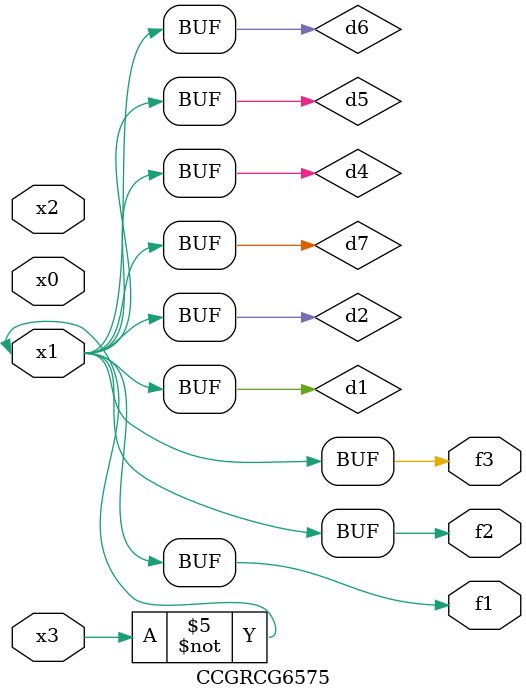
<source format=v>
module CCGRCG6575(
	input x0, x1, x2, x3,
	output f1, f2, f3
);

	wire d1, d2, d3, d4, d5, d6, d7;

	not (d1, x3);
	buf (d2, x1);
	xnor (d3, d1, d2);
	nor (d4, d1);
	buf (d5, d1, d2);
	buf (d6, d4, d5);
	nand (d7, d4);
	assign f1 = d6;
	assign f2 = d7;
	assign f3 = d6;
endmodule

</source>
